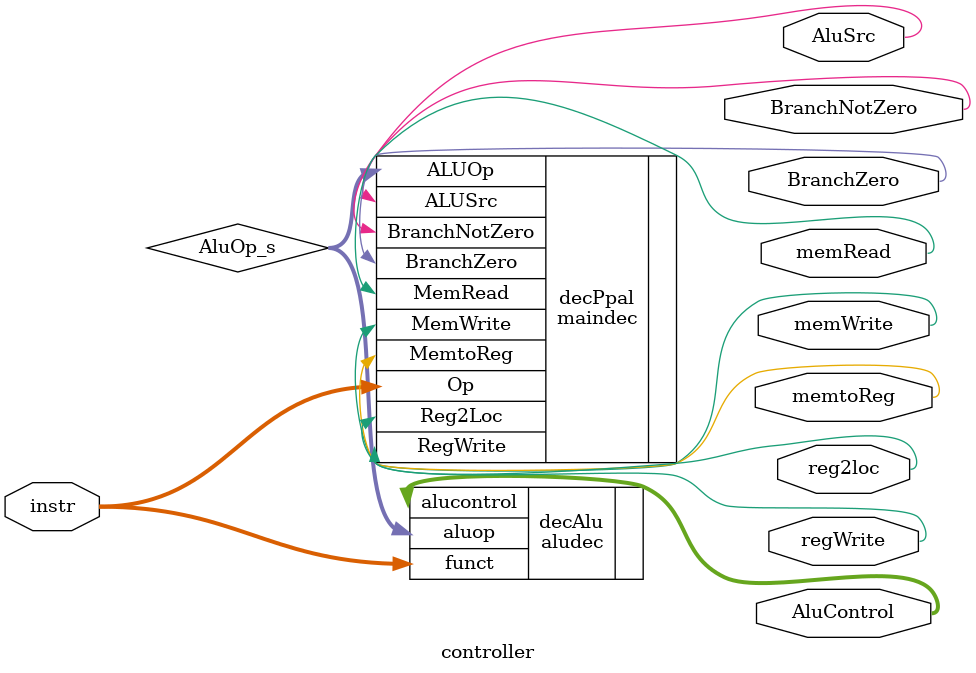
<source format=sv>

module controller(input logic [10:0] instr,
						output logic [3:0] AluControl,						
						output logic reg2loc, regWrite, AluSrc,
											BranchZero, BranchNotZero,
											memtoReg, memRead, memWrite);
											
	logic [1:0] AluOp_s;
											
	maindec 	decPpal 	(.Op(instr), 
							.Reg2Loc(reg2loc), 
							.ALUSrc(AluSrc), 
							.MemtoReg(memtoReg), 
							.RegWrite(regWrite), 
							.MemRead(memRead), 
							.MemWrite(memWrite), 
							.BranchZero(BranchZero),
							.BranchNotZero(BranchNotZero),	
							.ALUOp(AluOp_s));	
					
								
	aludec 	decAlu 	(.funct(instr), 
							.aluop(AluOp_s), 
							.alucontrol(AluControl));
			
endmodule

</source>
